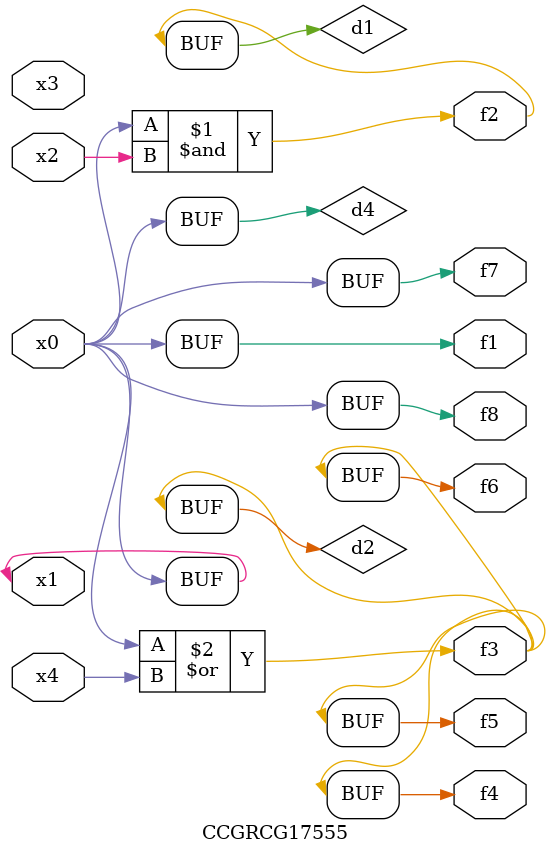
<source format=v>
module CCGRCG17555(
	input x0, x1, x2, x3, x4,
	output f1, f2, f3, f4, f5, f6, f7, f8
);

	wire d1, d2, d3, d4;

	and (d1, x0, x2);
	or (d2, x0, x4);
	nand (d3, x0, x2);
	buf (d4, x0, x1);
	assign f1 = d4;
	assign f2 = d1;
	assign f3 = d2;
	assign f4 = d2;
	assign f5 = d2;
	assign f6 = d2;
	assign f7 = d4;
	assign f8 = d4;
endmodule

</source>
